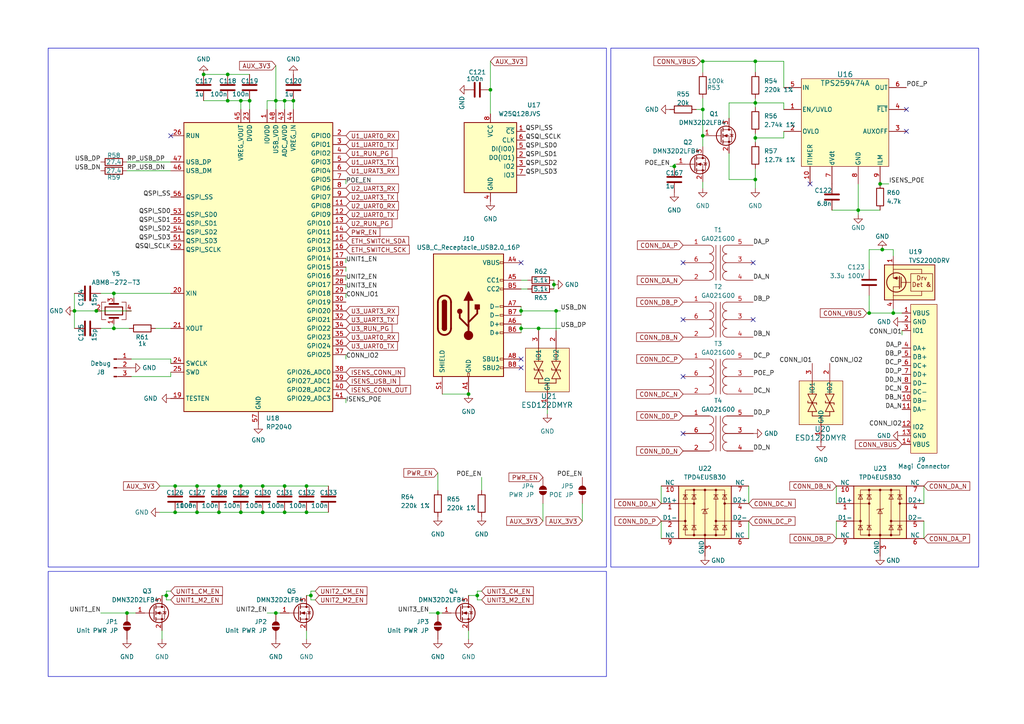
<source format=kicad_sch>
(kicad_sch (version 20231120) (generator "eeschema") (generator_version "8.0")
  (paper "A4")
  (junction (at 76.2 140.97))
  (junction (at 82.55 29.21))
  (junction (at 255.905 72.39))
  (junction (at 63.5 140.97))
  (junction (at 82.55 140.97))
  (junction (at 203.835 17.78))
  (junction (at 135.89 114.3))
  (junction (at 33.02 85.09))
  (junction (at 219.075 29.845))
  (junction (at 80.01 177.8))
  (junction (at 151.13 95.25))
  (junction (at 82.55 148.59))
  (junction (at 219.075 17.78))
  (junction (at 66.04 21.59))
  (junction (at 219.075 40.005))
  (junction (at 156.21 95.25))
  (junction (at 57.15 140.97))
  (junction (at 219.075 52.07))
  (junction (at 203.835 39.37))
  (junction (at 90.17 172.72))
  (junction (at 66.04 29.21))
  (junction (at 80.01 29.21))
  (junction (at 50.8 140.97))
  (junction (at 252.095 90.805))
  (junction (at 59.055 21.59))
  (junction (at 160.655 82.55))
  (junction (at 69.85 29.21))
  (junction (at 72.39 29.21))
  (junction (at 161.29 90.17))
  (junction (at 138.43 172.72))
  (junction (at 203.835 31.75))
  (junction (at 88.9 140.97))
  (junction (at 48.26 172.72))
  (junction (at 151.13 90.17))
  (junction (at 50.8 148.59))
  (junction (at 259.08 90.805))
  (junction (at 85.09 29.21))
  (junction (at 57.15 148.59))
  (junction (at 195.58 48.26))
  (junction (at 255.27 53.34))
  (junction (at 88.9 148.59))
  (junction (at 76.2 148.59))
  (junction (at 63.5 148.59))
  (junction (at 27.94 90.17))
  (junction (at 127 177.8))
  (junction (at 69.85 148.59))
  (junction (at 248.92 60.96))
  (junction (at 33.02 95.25))
  (junction (at 69.85 140.97))
  (junction (at 36.83 177.8))
  (junction (at 21.59 90.17))
  (junction (at 142.24 26.035))
  (no_connect (at 218.44 92.71))
  (no_connect (at 198.12 92.71))
  (no_connect (at 198.12 76.2))
  (no_connect (at 151.13 106.68))
  (no_connect (at 198.12 109.22))
  (no_connect (at 151.13 104.14))
  (no_connect (at 49.53 39.37))
  (no_connect (at 218.44 76.2))
  (no_connect (at 151.13 76.2))
  (no_connect (at 262.89 31.75))
  (no_connect (at 234.95 53.34))
  (no_connect (at 262.89 38.1))
  (no_connect (at 198.12 125.73))
  (wire (pts (xy 227.33 31.75) (xy 227.33 29.845)))
  (wire (pts (xy 21.59 90.17) (xy 27.94 90.17)))
  (wire (pts (xy 168.91 151.13) (xy 168.91 146.05)))
  (wire (pts (xy 219.075 17.78) (xy 219.075 20.955)))
  (wire (pts (xy 49.53 107.95) (xy 49.53 109.22)))
  (wire (pts (xy 138.43 171.45) (xy 138.43 172.72)))
  (wire (pts (xy 219.075 28.575) (xy 219.075 29.845)))
  (wire (pts (xy 48.26 171.45) (xy 49.53 171.45)))
  (wire (pts (xy 211.455 44.45) (xy 211.455 52.07)))
  (wire (pts (xy 151.13 90.17) (xy 151.13 91.44)))
  (wire (pts (xy 76.2 140.97) (xy 82.55 140.97)))
  (wire (pts (xy 33.02 95.25) (xy 33.02 93.98)))
  (wire (pts (xy 252.095 85.725) (xy 252.095 90.805)))
  (wire (pts (xy 151.13 88.9) (xy 151.13 90.17)))
  (wire (pts (xy 138.43 171.45) (xy 139.7 171.45)))
  (wire (pts (xy 50.8 148.59) (xy 57.15 148.59)))
  (wire (pts (xy 29.21 95.25) (xy 33.02 95.25)))
  (wire (pts (xy 251.46 90.805) (xy 252.095 90.805)))
  (wire (pts (xy 161.29 90.17) (xy 162.56 90.17)))
  (wire (pts (xy 63.5 140.97) (xy 69.85 140.97)))
  (wire (pts (xy 151.13 83.82) (xy 153.035 83.82)))
  (wire (pts (xy 100.33 86.36) (xy 100.33 85.09)))
  (wire (pts (xy 48.26 172.72) (xy 46.99 172.72)))
  (wire (pts (xy 203.2 17.78) (xy 203.835 17.78)))
  (wire (pts (xy 127 177.8) (xy 128.27 177.8)))
  (wire (pts (xy 139.7 173.99) (xy 138.43 173.99)))
  (wire (pts (xy 59.055 21.59) (xy 66.04 21.59)))
  (wire (pts (xy 48.26 171.45) (xy 48.26 172.72)))
  (wire (pts (xy 259.08 72.39) (xy 255.905 72.39)))
  (wire (pts (xy 80.01 29.21) (xy 80.01 31.75)))
  (wire (pts (xy 138.43 172.72) (xy 135.89 172.72)))
  (wire (pts (xy 49.53 109.22) (xy 38.1 109.22)))
  (wire (pts (xy 69.85 31.75) (xy 69.85 29.21)))
  (wire (pts (xy 57.15 140.97) (xy 63.5 140.97)))
  (wire (pts (xy 100.33 78.74) (xy 100.33 77.47)))
  (wire (pts (xy 72.39 29.21) (xy 72.39 31.75)))
  (wire (pts (xy 259.08 74.295) (xy 259.08 72.39)))
  (wire (pts (xy 259.08 90.805) (xy 252.095 90.805)))
  (wire (pts (xy 252.095 72.39) (xy 255.905 72.39)))
  (wire (pts (xy 36.83 49.53) (xy 49.53 49.53)))
  (wire (pts (xy 82.55 29.21) (xy 82.55 31.75)))
  (wire (pts (xy 49.53 173.99) (xy 48.26 173.99)))
  (wire (pts (xy 203.835 39.37) (xy 203.835 42.545)))
  (wire (pts (xy 195.58 48.26) (xy 195.58 47.625)))
  (wire (pts (xy 100.33 76.2) (xy 100.33 74.93)))
  (wire (pts (xy 151.13 90.17) (xy 161.29 90.17)))
  (wire (pts (xy 151.13 95.25) (xy 151.13 96.52)))
  (wire (pts (xy 248.92 62.23) (xy 248.92 60.96)))
  (wire (pts (xy 219.075 17.78) (xy 227.33 17.78)))
  (wire (pts (xy 158.75 118.745) (xy 158.75 120.015)))
  (wire (pts (xy 211.455 29.845) (xy 219.075 29.845)))
  (wire (pts (xy 21.59 85.09) (xy 21.59 90.17)))
  (wire (pts (xy 46.99 185.42) (xy 46.99 182.88)))
  (wire (pts (xy 100.33 83.82) (xy 100.33 82.55)))
  (wire (pts (xy 49.53 85.09) (xy 33.02 85.09)))
  (wire (pts (xy 242.57 140.97) (xy 242.57 146.05)))
  (wire (pts (xy 100.33 81.28) (xy 100.33 80.01)))
  (wire (pts (xy 76.2 148.59) (xy 82.55 148.59)))
  (wire (pts (xy 29.21 85.09) (xy 33.02 85.09)))
  (wire (pts (xy 211.455 52.07) (xy 219.075 52.07)))
  (wire (pts (xy 36.83 177.8) (xy 39.37 177.8)))
  (wire (pts (xy 219.075 40.005) (xy 219.075 41.275)))
  (wire (pts (xy 191.77 140.97) (xy 191.77 146.05)))
  (wire (pts (xy 82.55 148.59) (xy 88.9 148.59)))
  (wire (pts (xy 191.77 151.13) (xy 191.77 156.21)))
  (wire (pts (xy 151.13 93.98) (xy 151.13 95.25)))
  (wire (pts (xy 135.89 185.42) (xy 135.89 182.88)))
  (wire (pts (xy 46.355 140.97) (xy 50.8 140.97)))
  (wire (pts (xy 156.21 95.25) (xy 162.56 95.25)))
  (wire (pts (xy 227.33 38.1) (xy 227.33 40.005)))
  (wire (pts (xy 80.01 177.8) (xy 81.28 177.8)))
  (wire (pts (xy 69.85 148.59) (xy 76.2 148.59)))
  (wire (pts (xy 135.89 26.035) (xy 134.62 26.035)))
  (wire (pts (xy 203.835 31.75) (xy 203.835 39.37)))
  (wire (pts (xy 142.24 17.78) (xy 142.24 26.035)))
  (wire (pts (xy 33.02 95.25) (xy 37.465 95.25)))
  (wire (pts (xy 217.17 151.13) (xy 217.17 156.21)))
  (wire (pts (xy 45.085 95.25) (xy 49.53 95.25)))
  (wire (pts (xy 49.53 104.14) (xy 38.1 104.14)))
  (wire (pts (xy 128.27 114.3) (xy 135.89 114.3)))
  (wire (pts (xy 211.455 34.29) (xy 211.455 29.845)))
  (wire (pts (xy 203.835 52.705) (xy 203.835 54.61)))
  (wire (pts (xy 255.27 53.34) (xy 257.81 53.34)))
  (wire (pts (xy 241.3 60.96) (xy 248.92 60.96)))
  (wire (pts (xy 194.31 48.26) (xy 195.58 48.26)))
  (wire (pts (xy 156.21 95.25) (xy 156.21 95.885)))
  (wire (pts (xy 88.9 185.42) (xy 88.9 182.88)))
  (wire (pts (xy 77.47 31.75) (xy 77.47 29.21)))
  (wire (pts (xy 142.24 26.035) (xy 142.24 33.02)))
  (wire (pts (xy 66.04 21.59) (xy 72.39 21.59)))
  (wire (pts (xy 57.15 148.59) (xy 63.5 148.59)))
  (wire (pts (xy 77.47 29.21) (xy 80.01 29.21)))
  (wire (pts (xy 91.44 173.99) (xy 90.17 173.99)))
  (wire (pts (xy 201.93 31.75) (xy 203.835 31.75)))
  (wire (pts (xy 33.02 85.09) (xy 33.02 86.36)))
  (wire (pts (xy 248.92 53.34) (xy 248.92 60.96)))
  (wire (pts (xy 27.94 90.17) (xy 38.1 90.17)))
  (wire (pts (xy 66.04 29.21) (xy 69.85 29.21)))
  (wire (pts (xy 248.92 60.96) (xy 255.27 60.96)))
  (wire (pts (xy 124.46 177.8) (xy 127 177.8)))
  (wire (pts (xy 59.055 29.21) (xy 66.04 29.21)))
  (wire (pts (xy 195.58 47.625) (xy 196.215 47.625)))
  (wire (pts (xy 88.9 140.97) (xy 95.25 140.97)))
  (wire (pts (xy 203.835 17.78) (xy 219.075 17.78)))
  (wire (pts (xy 77.47 177.8) (xy 80.01 177.8)))
  (wire (pts (xy 151.13 95.25) (xy 156.21 95.25)))
  (wire (pts (xy 227.33 25.4) (xy 227.33 17.78)))
  (wire (pts (xy 160.655 81.28) (xy 160.655 82.55)))
  (wire (pts (xy 100.33 104.14) (xy 100.33 102.87)))
  (wire (pts (xy 127 137.16) (xy 127 142.24)))
  (wire (pts (xy 69.85 140.97) (xy 76.2 140.97)))
  (wire (pts (xy 267.97 140.97) (xy 267.97 146.05)))
  (wire (pts (xy 82.55 140.97) (xy 88.9 140.97)))
  (wire (pts (xy 219.075 29.845) (xy 227.33 29.845)))
  (wire (pts (xy 88.9 148.59) (xy 95.25 148.59)))
  (wire (pts (xy 160.655 82.55) (xy 160.655 83.82)))
  (wire (pts (xy 46.355 148.59) (xy 50.8 148.59)))
  (wire (pts (xy 139.7 138.43) (xy 139.7 142.24)))
  (wire (pts (xy 259.08 90.805) (xy 261.62 90.805)))
  (wire (pts (xy 63.5 148.59) (xy 69.85 148.59)))
  (wire (pts (xy 203.835 17.78) (xy 203.835 20.955)))
  (wire (pts (xy 36.83 46.99) (xy 49.53 46.99)))
  (wire (pts (xy 90.17 171.45) (xy 90.17 172.72)))
  (wire (pts (xy 219.075 54.61) (xy 219.075 52.07)))
  (wire (pts (xy 161.29 90.17) (xy 161.29 95.885)))
  (wire (pts (xy 203.835 28.575) (xy 203.835 31.75)))
  (wire (pts (xy 267.97 151.13) (xy 267.97 156.21)))
  (wire (pts (xy 242.57 151.13) (xy 242.57 156.21)))
  (wire (pts (xy 151.13 81.28) (xy 153.035 81.28)))
  (wire (pts (xy 259.08 89.535) (xy 259.08 90.805)))
  (wire (pts (xy 90.17 173.99) (xy 90.17 172.72)))
  (wire (pts (xy 138.43 172.72) (xy 138.43 173.99)))
  (wire (pts (xy 90.17 172.72) (xy 88.9 172.72)))
  (wire (pts (xy 252.095 72.39) (xy 252.095 78.105)))
  (wire (pts (xy 100.33 52.07) (xy 100.33 53.34)))
  (wire (pts (xy 49.53 105.41) (xy 49.53 104.14)))
  (wire (pts (xy 82.55 29.21) (xy 85.09 29.21)))
  (wire (pts (xy 219.075 38.735) (xy 219.075 40.005)))
  (wire (pts (xy 80.01 19.05) (xy 80.01 29.21)))
  (wire (pts (xy 261.62 97.155) (xy 261.62 95.885)))
  (wire (pts (xy 227.33 40.005) (xy 219.075 40.005)))
  (wire (pts (xy 157.48 146.05) (xy 157.48 151.13)))
  (wire (pts (xy 217.17 140.97) (xy 217.17 146.05)))
  (wire (pts (xy 69.85 29.21) (xy 72.39 29.21)))
  (wire (pts (xy 85.09 29.21) (xy 85.09 31.75)))
  (wire (pts (xy 80.01 29.21) (xy 82.55 29.21)))
  (wire (pts (xy 48.26 173.99) (xy 48.26 172.72)))
  (wire (pts (xy 50.8 140.97) (xy 57.15 140.97)))
  (wire (pts (xy 219.075 29.845) (xy 219.075 31.115)))
  (wire (pts (xy 21.59 90.17) (xy 21.59 95.25)))
  (wire (pts (xy 100.33 116.84) (xy 100.33 115.57)))
  (wire (pts (xy 219.075 52.07) (xy 219.075 48.895)))
  (wire (pts (xy 90.17 171.45) (xy 91.44 171.45)))
  (wire (pts (xy 29.21 177.8) (xy 36.83 177.8)))
  (rectangle (start 13.97 13.97) (end 175.895 164.465))
  (rectangle (start 177.165 13.97) (end 283.845 164.465))
  (rectangle (start 13.97 165.735) (end 175.895 196.215))
  (label "DD_N" (at 218.44 130.81 0))
  (label "QSPI_SD1" (at 152.4 45.72 0))
  (label "DD_P" (at 261.62 108.585 180))
  (label "POE_EN" (at 168.91 138.43 180))
  (label "RP_USB_DP" (at 36.83 46.99 0))
  (label "POE_EN" (at 100.33 53.34 0))
  (label "DA_N" (at 218.44 81.28 0))
  (label "USB_DN" (at 162.56 90.17 0))
  (label "DD_P" (at 218.44 120.65 0))
  (label "DB_N" (at 261.62 116.205 180))
  (label "CONN_IO1" (at 235.585 105.41 180))
  (label "CONN_IO2" (at 100.33 104.14 0))
  (label "DD_N" (at 261.62 111.125 180))
  (label "UNIT3_EN" (at 124.46 177.8 180))
  (label "QSPI_SD3" (at 152.4 50.8 0))
  (label "POE_EN" (at 194.31 48.26 180))
  (label "CONN_IO1" (at 100.33 86.36 0))
  (label "QSPI_SD0" (at 152.4 43.18 0))
  (label "QSPI_SD1" (at 49.53 64.77 180))
  (label "UNIT2_EN" (at 77.47 177.8 180))
  (label "POE_P" (at 262.89 25.4 0))
  (label "QSPI_SD3" (at 49.53 69.85 180))
  (label "USB_DP" (at 162.56 95.25 0))
  (label "QSPI_SD0" (at 49.53 62.23 180))
  (label "POE_P" (at 218.44 109.22 0))
  (label "DC_N" (at 261.62 113.665 180))
  (label "DA_P" (at 261.62 100.965 180))
  (label "USB_DN" (at 29.21 49.53 180))
  (label "QSPI_SD2" (at 152.4 48.26 0))
  (label "CONN_IO2" (at 261.62 123.825 180))
  (label "DA_N" (at 261.62 118.745 180))
  (label "DB_N" (at 218.44 97.79 0))
  (label "DC_P" (at 261.62 106.045 180))
  (label "QSQI_SCLK" (at 152.4 40.64 0))
  (label "DB_P" (at 218.44 87.63 0))
  (label "POE_EN" (at 139.7 138.43 180))
  (label "RP_USB_DN" (at 36.83 49.53 0))
  (label "DB_P" (at 261.62 103.505 180))
  (label "QSQI_SCLK" (at 49.53 72.39 180))
  (label "UNIT1_EN" (at 29.21 177.8 180))
  (label "QSPI_SS" (at 49.53 57.15 180))
  (label "USB_DP" (at 29.21 46.99 180))
  (label "UNIT2_EN" (at 100.33 81.28 0))
  (label "QSPI_SS" (at 152.4 38.1 0))
  (label "CONN_IO1" (at 261.62 97.155 180))
  (label "ISENS_POE" (at 257.81 53.34 0))
  (label "CONN_IO2" (at 240.665 105.41 0))
  (label "UNIT1_EN" (at 100.33 76.2 0))
  (label "DA_P" (at 218.44 71.12 0))
  (label "ISENS_POE" (at 100.33 116.84 0))
  (label "DC_P" (at 218.44 104.14 0))
  (label "UNIT3_EN" (at 100.33 83.82 0))
  (label "DC_N" (at 218.44 114.3 0))
  (label "QSPI_SD2" (at 49.53 67.31 180))
  (global_label "U1_UART0_TX" (shape input) (at 100.33 41.91 0) (property "Intersheetrefs" "${INTERSHEET_REFS}" (effects (hide yes))))
  (global_label "U2_UART3_RX" (shape input) (at 100.33 54.61 0) (property "Intersheetrefs" "${INTERSHEET_REFS}" (effects (hide yes))))
  (global_label "CONN_DD_P" (shape input) (at 191.77 151.13 180) (property "Intersheetrefs" "${INTERSHEET_REFS}" (effects (hide yes))))
  (global_label "ISENS_USB_IN" (shape input) (at 100.33 110.49 0) (property "Intersheetrefs" "${INTERSHEET_REFS}" (effects (hide yes))))
  (global_label "CONN_DA_N" (shape input) (at 267.97 140.97 0) (property "Intersheetrefs" "${INTERSHEET_REFS}" (effects (hide yes))))
  (global_label "U3_UART0_TX" (shape input) (at 100.33 100.33 0) (property "Intersheetrefs" "${INTERSHEET_REFS}" (effects (hide yes))))
  (global_label "CONN_VBUS" (shape input) (at 203.2 17.78 180) (property "Intersheetrefs" "${INTERSHEET_REFS}" (effects (hide yes))))
  (global_label "U1_RUN_PG" (shape input) (at 100.33 44.45 0) (property "Intersheetrefs" "${INTERSHEET_REFS}" (effects (hide yes))))
  (global_label "UNIT2_M2_EN" (shape input) (at 91.44 173.99 0) (property "Intersheetrefs" "${INTERSHEET_REFS}" (effects (hide yes))))
  (global_label "U2_UART0_RX" (shape input) (at 100.33 59.69 0) (property "Intersheetrefs" "${INTERSHEET_REFS}" (effects (hide yes))))
  (global_label "AUX_3V3" (shape input) (at 80.01 19.05 180) (property "Intersheetrefs" "${INTERSHEET_REFS}" (effects (hide yes))))
  (global_label "U3_UART3_TX" (shape input) (at 100.33 92.71 0) (property "Intersheetrefs" "${INTERSHEET_REFS}" (effects (hide yes))))
  (global_label "CONN_DB_P" (shape input) (at 198.12 87.63 180) (property "Intersheetrefs" "${INTERSHEET_REFS}" (effects (hide yes))))
  (global_label "UNIT1_CM_EN" (shape input) (at 49.53 171.45 0) (property "Intersheetrefs" "${INTERSHEET_REFS}" (effects (hide yes))))
  (global_label "CONN_DD_N" (shape input) (at 191.77 146.05 180) (property "Intersheetrefs" "${INTERSHEET_REFS}" (effects (hide yes))))
  (global_label "CONN_DD_N" (shape input) (at 198.12 130.81 180) (property "Intersheetrefs" "${INTERSHEET_REFS}" (effects (hide yes))))
  (global_label "AUX_3V3" (shape input) (at 46.355 140.97 180) (property "Intersheetrefs" "${INTERSHEET_REFS}" (effects (hide yes))))
  (global_label "U1_UART0_RX" (shape input) (at 100.33 39.37 0) (property "Intersheetrefs" "${INTERSHEET_REFS}" (effects (hide yes))))
  (global_label "U2_RUN_PG" (shape input) (at 100.33 64.77 0) (property "Intersheetrefs" "${INTERSHEET_REFS}" (effects (hide yes))))
  (global_label "CONN_DC_P" (shape input) (at 198.12 104.14 180) (property "Intersheetrefs" "${INTERSHEET_REFS}" (effects (hide yes))))
  (global_label "U3_RUN_PG" (shape input) (at 100.33 95.25 0) (property "Intersheetrefs" "${INTERSHEET_REFS}" (effects (hide yes))))
  (global_label "ISENS_CONN_IN" (shape input) (at 100.33 107.95 0) (property "Intersheetrefs" "${INTERSHEET_REFS}" (effects (hide yes))))
  (global_label "U2_UART3_TX" (shape input) (at 100.33 57.15 0) (property "Intersheetrefs" "${INTERSHEET_REFS}" (effects (hide yes))))
  (global_label "PWR_EN" (shape input) (at 127 137.16 180) (property "Intersheetrefs" "${INTERSHEET_REFS}" (effects (hide yes))))
  (global_label "CONN_VBUS" (shape input) (at 251.46 90.805 180) (property "Intersheetrefs" "${INTERSHEET_REFS}" (effects (hide yes))))
  (global_label "U2_UART0_TX" (shape input) (at 100.33 62.23 0) (property "Intersheetrefs" "${INTERSHEET_REFS}" (effects (hide yes))))
  (global_label "CONN_DA_N" (shape input) (at 198.12 81.28 180) (property "Intersheetrefs" "${INTERSHEET_REFS}" (effects (hide yes))))
  (global_label "U1_URAT3_RX" (shape input) (at 100.33 49.53 0) (property "Intersheetrefs" "${INTERSHEET_REFS}" (effects (hide yes))))
  (global_label "CONN_DB_N" (shape input) (at 198.12 97.79 180) (property "Intersheetrefs" "${INTERSHEET_REFS}" (effects (hide yes))))
  (global_label "CONN_DA_P" (shape input) (at 267.97 156.21 0) (property "Intersheetrefs" "${INTERSHEET_REFS}" (effects (hide yes))))
  (global_label "UNIT2_CM_EN" (shape input) (at 91.44 171.45 0) (property "Intersheetrefs" "${INTERSHEET_REFS}" (effects (hide yes))))
  (global_label "AUX_3V3" (shape input) (at 142.24 17.78 0) (property "Intersheetrefs" "${INTERSHEET_REFS}" (effects (hide yes))))
  (global_label "CONN_DC_P" (shape input) (at 217.17 151.13 0) (property "Intersheetrefs" "${INTERSHEET_REFS}" (effects (hide yes))))
  (global_label "CONN_DA_P" (shape input) (at 198.12 71.12 180) (property "Intersheetrefs" "${INTERSHEET_REFS}" (effects (hide yes))))
  (global_label "UNIT3_M2_EN" (shape input) (at 139.7 173.99 0) (property "Intersheetrefs" "${INTERSHEET_REFS}" (effects (hide yes))))
  (global_label "CONN_DC_N" (shape input) (at 217.17 146.05 0) (property "Intersheetrefs" "${INTERSHEET_REFS}" (effects (hide yes))))
  (global_label "U3_UART0_RX" (shape input) (at 100.33 97.79 0) (property "Intersheetrefs" "${INTERSHEET_REFS}" (effects (hide yes))))
  (global_label "PWR_EN" (shape input) (at 157.48 138.43 180) (property "Intersheetrefs" "${INTERSHEET_REFS}" (effects (hide yes))))
  (global_label "UNIT1_M2_EN" (shape input) (at 49.53 173.99 0) (property "Intersheetrefs" "${INTERSHEET_REFS}" (effects (hide yes))))
  (global_label "CONN_DB_N" (shape input) (at 242.57 140.97 180) (property "Intersheetrefs" "${INTERSHEET_REFS}" (effects (hide yes))))
  (global_label "ETH_SWITCH_SCK" (shape input) (at 100.33 72.39 0) (property "Intersheetrefs" "${INTERSHEET_REFS}" (effects (hide yes))))
  (global_label "CONN_DB_P" (shape input) (at 242.57 156.21 180) (property "Intersheetrefs" "${INTERSHEET_REFS}" (effects (hide yes))))
  (global_label "ISENS_CONN_OUT" (shape input) (at 100.33 113.03 0) (property "Intersheetrefs" "${INTERSHEET_REFS}" (effects (hide yes))))
  (global_label "CONN_DD_P" (shape input) (at 198.12 120.65 180) (property "Intersheetrefs" "${INTERSHEET_REFS}" (effects (hide yes))))
  (global_label "UNIT3_CM_EN" (shape input) (at 139.7 171.45 0) (property "Intersheetrefs" "${INTERSHEET_REFS}" (effects (hide yes))))
  (global_label "CONN_VBUS" (shape input) (at 261.62 128.905 180) (property "Intersheetrefs" "${INTERSHEET_REFS}" (effects (hide yes))))
  (global_label "AUX_3V3" (shape input) (at 157.48 151.13 180) (property "Intersheetrefs" "${INTERSHEET_REFS}" (effects (hide yes))))
  (global_label "AUX_3V3" (shape input) (at 168.91 151.13 180) (property "Intersheetrefs" "${INTERSHEET_REFS}" (effects (hide yes))))
  (global_label "U1_UART3_TX" (shape input) (at 100.33 46.99 0) (property "Intersheetrefs" "${INTERSHEET_REFS}" (effects (hide yes))))
  (global_label "CONN_DC_N" (shape input) (at 198.12 114.3 180) (property "Intersheetrefs" "${INTERSHEET_REFS}" (effects (hide yes))))
  (global_label "PWR_EN" (shape input) (at 100.33 67.31 0) (property "Intersheetrefs" "${INTERSHEET_REFS}" (effects (hide yes))))
  (global_label "ETH_SWITCH_SDA" (shape input) (at 100.33 69.85 0) (property "Intersheetrefs" "${INTERSHEET_REFS}" (effects (hide yes))))
  (global_label "U3_UART3_RX" (shape input) (at 100.33 90.17 0) (property "Intersheetrefs" "${INTERSHEET_REFS}" (effects (hide yes))))
  (symbol (lib_id "power:GND") (at 59.055 21.59 180) (unit 1)
    (property "Reference" "#PWR080" (effects (hide yes)))
    (property "Value" "GND" (at 59.055 17.145 0))
  )
  (symbol (lib_id "Magi:ESD122DMYR") (at 238.125 116.84 90) (unit 1)
    (property "Reference" "U20" (at 236.22 124.46 90) (effects (font (size 1.524 1.524)) (justify right)))
    (property "Value" "ESD122DMYR" (at 230.505 127 90) (effects (font (size 1.524 1.524)) (justify right)))
    (property "Footprint" "Magi:DMY0003A" (effects (hide yes)))
    (property "Manufacturer" "Texas Instruments" (effects (hide yes)))
    (property "MPN" "ESD122DMYR" (effects (hide yes)))
    (property "LCSC" "C1975871" (effects (hide yes)))
  )
  (symbol (lib_id "Magi:USB_C_Receptacle_USB2.0_16P") (at 135.89 91.44 0) (unit 1)
    (property "Reference" "J10" (at 135.89 69.215 0))
    (property "Value" "USB_C_Receptacle_USB2.0_16P" (at 135.89 71.755 0))
    (property "Footprint" "Magi:USB-C-SMD_TYPEC-304J-BCP16" (effects (hide yes)))
    (property "Datasheet" "https://www.usb.org/sites/default/files/documents/usb_type-c.zip" (effects (hide yes)))
    (property "Manufacturer" "XUNPU" (effects (hide yes)))
    (property "MPN" "TYPEC-304J-BCP16" (effects (hide yes)))
    (property "LCSC" "C2835315" (effects (hide yes)))
  )
  (symbol (lib_id "Device:Q_NMOS_GSD") (at 208.915 39.37 0) (unit 1)
    (property "Reference" "Q1" (at 205.74 33.02 0) (effects (justify left)))
    (property "Value" "DMN32D2LFB4" (at 196.85 35.56 0) (effects (justify left)))
    (property "Footprint" "Package_DFN_QFN:Diodes_DFN1006-3" (effects (hide yes)))
    (property "Manufacturer" "Diodes" (effects (hide yes)))
    (property "MPN" "DMN32D2LFB4-7" (effects (hide yes)))
    (property "LCSC" "C151382" (effects (hide yes)))
  )
  (symbol (lib_id "Memory_Flash:W25Q128JVS") (at 142.24 45.72 0) (mirror y) (unit 1)
    (property "Reference" "U17" (at 156.845 30.48 0) (effects (justify left)))
    (property "Value" "W25Q128JVS" (at 156.845 33.02 0) (effects (justify left)))
    (property "Footprint" "Package_SO:SOIC-8_5.23x5.23mm_P1.27mm" (effects (hide yes)))
    (property "Datasheet" "http://www.winbond.com/resource-files/w25q128jv_dtr%20revc%2003272018%20plus.pdf" (effects (hide yes)))
    (property "Manufacturer" "Winbond" (effects (hide yes)))
    (property "MPN" "W25Q128JVSIQ" (effects (hide yes)))
    (property "LCSC" "C97521" (effects (hide yes)))
  )
  (symbol (lib_id "Device:C") (at 138.43 26.035 270) (mirror x) (unit 1)
    (property "Reference" "C121" (at 135.89 20.955 90) (effects (justify left)))
    (property "Value" "100n" (at 135.255 22.86 90) (effects (justify left)))
    (property "Footprint" "Capacitor_SMD:C_0402_1005Metric" (effects (hide yes)))
    (property "Manufacturer" "Samsung" (effects (hide yes)))
    (property "MPN" "CL05B104KB54PNC" (effects (hide yes)))
    (property "LCSC" "C307331" (effects (hide yes)))
  )
  (symbol (lib_id "Device:Q_NMOS_GSD") (at 133.35 177.8 0) (unit 1)
    (property "Reference" "Q4" (at 130.175 171.45 0) (effects (justify left)))
    (property "Value" "DMN32D2LFB4" (at 121.285 173.99 0) (effects (justify left)))
    (property "Footprint" "Package_DFN_QFN:Diodes_DFN1006-3" (effects (hide yes)))
    (property "Manufacturer" "Diodes" (effects (hide yes)))
    (property "MPN" "DMN32D2LFB4-7" (effects (hide yes)))
    (property "LCSC" "C151382" (effects (hide yes)))
  )
  (symbol (lib_id "Device:C") (at 50.8 144.78 0) (mirror y) (unit 1)
    (property "Reference" "C126" (at 53.34 142.875 0) (effects (justify left)))
    (property "Value" "100n" (at 55.88 146.685 0) (effects (justify left)))
    (property "Footprint" "Capacitor_SMD:C_0402_1005Metric" (effects (hide yes)))
    (property "Manufacturer" "Samsung" (effects (hide yes)))
    (property "MPN" "CL05B104KB54PNC" (effects (hide yes)))
    (property "LCSC" "C307331" (effects (hide yes)))
  )
  (symbol (lib_id "power:GND") (at 38.1 106.68 90) (unit 1)
    (property "Reference" "#PWR091" (effects (hide yes)))
    (property "Value" "GND" (at 41.275 106.68 90) (effects (justify right)))
  )
  (symbol (lib_id "Device:C") (at 25.4 85.09 90) (unit 1)
    (property "Reference" "C124" (at 23.495 88.9 0) (effects (justify left)))
    (property "Value" "15p" (at 27.305 88.9 0) (effects (justify left)))
    (property "Footprint" "Capacitor_SMD:C_0402_1005Metric" (effects (hide yes)))
    (property "Manufacturer" "Murata" (effects (hide yes)))
    (property "MPN" "GCM1555C1H150JA16D" (effects (hide yes)))
    (property "LCSC" "C161147" (effects (hide yes)))
  )
  (symbol (lib_id "power:GND") (at 36.83 185.42 0) (unit 1)
    (property "Reference" "#PWR0147" (effects (hide yes)))
    (property "Value" "GND" (at 36.83 190.5 0))
  )
  (symbol (lib_id "power:GND") (at 74.93 123.19 0) (unit 1)
    (property "Reference" "#PWR094" (effects (hide yes)))
    (property "Value" "GND" (at 74.93 127.635 0))
  )
  (symbol (lib_id "Device:C") (at 72.39 25.4 0) (unit 1)
    (property "Reference" "C119" (at 69.85 23.495 0) (effects (justify left)))
    (property "Value" "100n" (at 67.31 27.305 0) (effects (justify left)))
    (property "Footprint" "Capacitor_SMD:C_0402_1005Metric" (effects (hide yes)))
    (property "Manufacturer" "Samsung" (effects (hide yes)))
    (property "MPN" "CL05B104KB54PNC" (effects (hide yes)))
    (property "LCSC" "C307331" (effects (hide yes)))
  )
  (symbol (lib_id "power:GND") (at 88.9 185.42 0) (unit 1)
    (property "Reference" "#PWR0107" (effects (hide yes)))
    (property "Value" "GND" (at 88.9 190.5 0))
  )
  (symbol (lib_id "Device:R") (at 198.12 31.75 90) (unit 1)
    (property "Reference" "R55" (at 198.12 27.305 90))
    (property "Value" "20k" (at 198.12 29.845 90))
    (property "Footprint" "Resistor_SMD:R_0402_1005Metric" (effects (hide yes)))
    (property "Manufacturer" "Uniroyal" (effects (hide yes)))
    (property "MPN" "0402WGF2002TCE" (effects (hide yes)))
    (property "LCSC" "C25765" (effects (hide yes)))
  )
  (symbol (lib_id "Device:R") (at 203.835 24.765 180) (unit 1)
    (property "Reference" "R53" (at 207.01 25.4 0))
    (property "Value" "100k" (at 207.645 23.495 0))
    (property "Footprint" "Resistor_SMD:R_0402_1005Metric" (effects (hide yes)))
    (property "Manufacturer" "Uniroyal" (effects (hide yes)))
    (property "MPN" "0402WGF1003TCE" (effects (hide yes)))
    (property "LCSC" "C25741" (effects (hide yes)))
  )
  (symbol (lib_id "power:GND") (at 261.62 93.345 270) (unit 1)
    (property "Reference" "#PWR090" (effects (hide yes)))
    (property "Value" "GND" (at 258.445 93.345 90) (effects (justify right)))
  )
  (symbol (lib_id "power:GND") (at 46.99 185.42 0) (unit 1)
    (property "Reference" "#PWR0105" (effects (hide yes)))
    (property "Value" "GND" (at 46.99 190.5 0))
  )
  (symbol (lib_id "Device:R") (at 156.845 83.82 90) (unit 1)
    (property "Reference" "R63" (at 156.845 86.36 90))
    (property "Value" "5.1k" (at 156.845 83.82 90))
    (property "Footprint" "Resistor_SMD:R_0402_1005Metric" (effects (hide yes)))
    (property "Manufacturer" "Uniroyal" (effects (hide yes)))
    (property "MPN" "0402WGF5101TCE" (effects (hide yes)))
    (property "LCSC" "C25905" (effects (hide yes)))
  )
  (symbol (lib_id "Device:C") (at 69.85 144.78 0) (unit 1)
    (property "Reference" "C129" (at 67.31 142.875 0) (effects (justify left)))
    (property "Value" "100n" (at 64.77 146.685 0) (effects (justify left)))
    (property "Footprint" "Capacitor_SMD:C_0402_1005Metric" (effects (hide yes)))
    (property "Manufacturer" "Samsung" (effects (hide yes)))
    (property "MPN" "CL05B104KB54PNC" (effects (hide yes)))
    (property "LCSC" "C307331" (effects (hide yes)))
  )
  (symbol (lib_id "Connector:Conn_01x03_Pin") (at 33.02 106.68 0) (unit 1)
    (property "Reference" "J8" (at 29.21 107.95 0))
    (property "Value" "Debug" (at 29.21 105.41 0))
    (property "Footprint" "Connector_JST:JST_SH_BM03B-SRSS-TB_1x03-1MP_P1.00mm_Vertical" (effects (hide yes)))
    (property "Manufacturer" "JST" (effects (hide yes)))
    (property "MPN" "BM03B-SRSS-TB(LF)(SN)" (effects (hide yes)))
    (property "LCSC" "C160389" (effects (hide yes)))
  )
  (symbol (lib_id "Device:C") (at 25.4 95.25 90) (unit 1)
    (property "Reference" "C125" (at 23.495 99.06 0) (effects (justify left)))
    (property "Value" "15p" (at 27.305 99.06 0) (effects (justify left)))
    (property "Footprint" "Capacitor_SMD:C_0402_1005Metric" (effects (hide yes)))
    (property "Manufacturer" "Murata" (effects (hide yes)))
    (property "MPN" "GCM1555C1H150JA16D" (effects (hide yes)))
    (property "LCSC" "C161147" (effects (hide yes)))
  )
  (symbol (lib_id "Device:R") (at 156.845 81.28 90) (unit 1)
    (property "Reference" "R62" (at 156.845 78.74 90))
    (property "Value" "5.1k" (at 156.845 81.28 90))
    (property "Footprint" "Resistor_SMD:R_0402_1005Metric" (effects (hide yes)))
    (property "Manufacturer" "Uniroyal" (effects (hide yes)))
    (property "MPN" "0402WGF5101TCE" (effects (hide yes)))
    (property "LCSC" "C25905" (effects (hide yes)))
  )
  (symbol (lib_id "power:GND") (at 255.905 72.39 180) (unit 1)
    (property "Reference" "#PWR087" (effects (hide yes)))
    (property "Value" "GND" (at 255.905 68.58 0))
  )
  (symbol (lib_id "Magi:Transformer_SP_SS") (at 208.28 109.22 0) (unit 1)
    (property "Reference" "T3" (at 208.2927 99.695 0))
    (property "Value" "GA021G00" (at 208.2927 102.235 0))
    (property "Footprint" "Magi:FILTER-SMD_6P-L4.5-W3.4_GA021G00" (effects (hide yes)))
    (property "Manufacturer" "Dongguan Mentech" (effects (hide yes)))
    (property "MPN" "GA021G00" (effects (hide yes)))
    (property "LCSC" "C7501941" (effects (hide yes)))
  )
  (symbol (lib_id "Jumper:SolderJumper_2_Open") (at 36.83 181.61 270) (mirror x) (unit 1) (exclude_from_sim yes) (in_bom no)
    (property "Reference" "JP1" (at 34.29 180.3399 90) (effects (justify right)))
    (property "Value" "Unit PWR JP" (at 34.29 182.8799 90) (effects (justify right)))
    (property "Footprint" "Jumper:SolderJumper-2_P1.3mm_Open_TrianglePad1.0x1.5mm" (effects (hide yes)))
    (property "Description" "Solder Jumper, 2-pole, open" (effects (hide yes)))
  )
  (symbol (lib_id "Device:C") (at 85.09 25.4 0) (unit 1)
    (property "Reference" "C120" (at 82.55 23.495 0) (effects (justify left)))
    (property "Value" "1u" (at 82.55 27.305 0) (effects (justify left)))
    (property "Footprint" "Capacitor_SMD:C_0402_1005Metric" (effects (hide yes)))
    (property "Manufacturer" "Samsung" (effects (hide yes)))
    (property "MPN" "CL05A105KA5NQNC" (effects (hide yes)))
    (property "LCSC" "C52923" (effects (hide yes)))
  )
  (symbol (lib_id "Device:C") (at 66.04 25.4 0) (unit 1)
    (property "Reference" "C118" (at 63.5 23.495 0) (effects (justify left)))
    (property "Value" "100n" (at 60.96 27.305 0) (effects (justify left)))
    (property "Footprint" "Capacitor_SMD:C_0402_1005Metric" (effects (hide yes)))
    (property "Manufacturer" "Samsung" (effects (hide yes)))
    (property "MPN" "CL05B104KB54PNC" (effects (hide yes)))
    (property "LCSC" "C307331" (effects (hide yes)))
  )
  (symbol (lib_id "Device:R") (at 33.02 49.53 90) (unit 1)
    (property "Reference" "R59" (at 33.02 51.435 90))
    (property "Value" "27.4" (at 33.02 49.53 90))
    (property "Footprint" "Resistor_SMD:R_0402_1005Metric" (effects (hide yes)))
    (property "Manufacturer" "Guangdong Fenghua" (effects (hide yes)))
    (property "MPN" "RC-02W27R4FT" (effects (hide yes)))
    (property "LCSC" "C321420" (effects (hide yes)))
  )
  (symbol (lib_id "power:GND") (at 85.09 21.59 180) (unit 1)
    (property "Reference" "#PWR081" (effects (hide yes)))
    (property "Value" "GND" (at 85.09 17.145 0))
  )
  (symbol (lib_id "power:GND") (at 21.59 90.17 270) (unit 1)
    (property "Reference" "#PWR089" (effects (hide yes)))
    (property "Value" "GND" (at 18.415 90.17 90) (effects (justify right)))
  )
  (symbol (lib_id "Magi:Transformer_SP_SS") (at 208.28 76.2 0) (unit 1)
    (property "Reference" "T1" (at 208.2927 66.675 0))
    (property "Value" "GA021G00" (at 208.2927 69.215 0))
    (property "Footprint" "Magi:FILTER-SMD_6P-L4.5-W3.4_GA021G00" (effects (hide yes)))
    (property "Manufacturer" "Dongguan Mentech" (effects (hide yes)))
    (property "MPN" "GA021G00" (effects (hide yes)))
    (property "LCSC" "C7501941" (effects (hide yes)))
  )
  (symbol (lib_id "power:GND") (at 80.01 185.42 0) (unit 1)
    (property "Reference" "#PWR0148" (effects (hide yes)))
    (property "Value" "GND" (at 80.01 190.5 0))
  )
  (symbol (lib_id "Jumper:SolderJumper_2_Open") (at 168.91 142.24 270) (mirror x) (unit 1) (exclude_from_sim yes) (in_bom no)
    (property "Reference" "JP5" (at 166.37 140.9699 90) (effects (justify right)))
    (property "Value" "POE JP" (at 166.37 143.5099 90) (effects (justify right)))
    (property "Footprint" "Jumper:SolderJumper-2_P1.3mm_Open_TrianglePad1.0x1.5mm" (effects (hide yes)))
    (property "Description" "Solder Jumper, 2-pole, open" (effects (hide yes)))
  )
  (symbol (lib_id "Device:C") (at 195.58 52.07 0) (unit 1)
    (property "Reference" "C167" (at 193.04 50.165 0) (effects (justify left)))
    (property "Value" "1u" (at 193.04 53.975 0) (effects (justify left)))
    (property "Footprint" "Capacitor_SMD:C_0402_1005Metric" (effects (hide yes)))
    (property "Manufacturer" "Samsung" (effects (hide yes)))
    (property "MPN" "CL05A105KA5NQNC" (effects (hide yes)))
    (property "LCSC" "C52923" (effects (hide yes)))
  )
  (symbol (lib_id "power:GND") (at 139.7 149.86 0) (unit 1)
    (property "Reference" "#PWR0101" (effects (hide yes)))
    (property "Value" "GND" (at 139.7 154.94 0))
  )
  (symbol (lib_id "power:GND") (at 127 185.42 0) (unit 1)
    (property "Reference" "#PWR0149" (effects (hide yes)))
    (property "Value" "GND" (at 127 190.5 0))
  )
  (symbol (lib_id "Device:R") (at 139.7 146.05 0) (unit 1)
    (property "Reference" "R65" (at 129.54 144.78 0) (effects (justify left)))
    (property "Value" "220k 1%" (at 129.54 147.32 0) (effects (justify left)))
    (property "Footprint" "Resistor_SMD:R_0402_1005Metric" (effects (hide yes)))
    (property "Manufacturer" "Uniroyal" (effects (hide yes)))
    (property "MPN" "0402WGF2203TCE" (effects (hide yes)))
    (property "LCSC" "C25767" (effects (hide yes)))
  )
  (symbol (lib_id "Jumper:SolderJumper_2_Open") (at 157.48 142.24 270) (mirror x) (unit 1) (exclude_from_sim yes) (in_bom no)
    (property "Reference" "JP4" (at 154.94 140.9699 90) (effects (justify right)))
    (property "Value" "PWR JP" (at 154.94 143.5099 90) (effects (justify right)))
    (property "Footprint" "Jumper:SolderJumper-2_P1.3mm_Open_TrianglePad1.0x1.5mm" (effects (hide yes)))
    (property "Description" "Solder Jumper, 2-pole, open" (effects (hide yes)))
  )
  (symbol (lib_id "Device:C") (at 82.55 144.78 0) (unit 1)
    (property "Reference" "C131" (at 80.01 142.875 0) (effects (justify left)))
    (property "Value" "100n" (at 77.47 146.685 0) (effects (justify left)))
    (property "Footprint" "Capacitor_SMD:C_0402_1005Metric" (effects (hide yes)))
    (property "Manufacturer" "Samsung" (effects (hide yes)))
    (property "MPN" "CL05B104KB54PNC" (effects (hide yes)))
    (property "LCSC" "C307331" (effects (hide yes)))
  )
  (symbol (lib_id "power:GND") (at 135.89 114.3 0) (unit 1)
    (property "Reference" "#PWR099" (effects (hide yes)))
    (property "Value" "GND" (at 135.89 119.38 0))
  )
  (symbol (lib_id "power:GND") (at 158.75 120.015 0) (unit 1)
    (property "Reference" "#PWR0102" (effects (hide yes)))
    (property "Value" "GND" (at 158.75 125.095 0))
  )
  (symbol (lib_id "Device:R") (at 219.075 45.085 0) (unit 1)
    (property "Reference" "R57" (at 221.615 43.815 0) (effects (justify left)))
    (property "Value" "12.7k 1%" (at 221.615 46.355 0) (effects (justify left)))
    (property "Footprint" "Resistor_SMD:R_0402_1005Metric" (effects (hide yes)))
    (property "Manufacturer" "YAGEO" (effects (hide yes)))
    (property "MPN" "RC0402FR-0712K7L" (effects (hide yes)))
    (property "LCSC" "C138059" (effects (hide yes)))
  )
  (symbol (lib_id "Device:R") (at 127 146.05 0) (unit 1)
    (property "Reference" "R64" (at 116.205 144.145 0) (effects (justify left)))
    (property "Value" "220k 1%" (at 116.205 146.685 0) (effects (justify left)))
    (property "Footprint" "Resistor_SMD:R_0402_1005Metric" (effects (hide yes)))
    (property "Manufacturer" "Uniroyal" (effects (hide yes)))
    (property "MPN" "0402WGF2203TCE" (effects (hide yes)))
    (property "LCSC" "C25767" (effects (hide yes)))
  )
  (symbol (lib_id "Device:Q_NMOS_GSD") (at 201.295 47.625 0) (unit 1)
    (property "Reference" "Q2" (at 198.12 41.275 0) (effects (justify left)))
    (property "Value" "DMN32D2LFB4" (at 189.23 43.815 0) (effects (justify left)))
    (property "Footprint" "Package_DFN_QFN:Diodes_DFN1006-3" (effects (hide yes)))
    (property "Manufacturer" "Diodes" (effects (hide yes)))
    (property "MPN" "DMN32D2LFB4-7" (effects (hide yes)))
    (property "LCSC" "C151382" (effects (hide yes)))
  )
  (symbol (lib_id "Power_Protection:TPD4EUSB30") (at 204.47 148.59 0) (unit 1)
    (property "Reference" "U22" (at 204.47 135.89 0))
    (property "Value" "TPD4EUSB30" (at 204.47 138.43 0))
    (property "Footprint" "Magi:USON-10_2.5x1.0mm_P0.5mm" (effects (hide yes)))
    (property "Datasheet" "http://www.ti.com/lit/ds/symlink/tpd2eusb30a.pdf" (effects (hide yes)))
    (property "LCSC" "C90627" (effects (hide yes)))
    (property "MPN" "TPD4EUSB30DQAR" (effects (hide yes)))
    (property "Manufacturer" "Texas Instruments" (effects (hide yes)))
  )
  (symbol (lib_id "Device:Q_NMOS_GSD") (at 86.36 177.8 0) (unit 1)
    (property "Reference" "Q5" (at 83.185 171.45 0) (effects (justify left)))
    (property "Value" "DMN32D2LFB4" (at 74.295 173.99 0) (effects (justify left)))
    (property "Footprint" "Package_DFN_QFN:Diodes_DFN1006-3" (effects (hide yes)))
    (property "Manufacturer" "Diodes" (effects (hide yes)))
    (property "MPN" "DMN32D2LFB4-7" (effects (hide yes)))
    (property "LCSC" "C151382" (effects (hide yes)))
  )
  (symbol (lib_id "Device:R") (at 219.075 34.925 0) (unit 1)
    (property "Reference" "R56" (at 221.615 33.655 0) (effects (justify left)))
    (property "Value" "2.74k 1%" (at 221.615 36.195 0) (effects (justify left)))
    (property "Footprint" "Resistor_SMD:R_0402_1005Metric" (effects (hide yes)))
    (property "Manufacturer" "YAGEO" (effects (hide yes)))
    (property "MPN" "RT0402FRE072K74L" (effects (hide yes)))
    (property "LCSC" "C705693" (effects (hide yes)))
  )
  (symbol (lib_id "Device:C") (at 59.055 25.4 0) (unit 1)
    (property "Reference" "C117" (at 56.515 23.495 0) (effects (justify left)))
    (property "Value" "1u" (at 56.515 27.305 0) (effects (justify left)))
    (property "Footprint" "Capacitor_SMD:C_0402_1005Metric" (effects (hide yes)))
    (property "Manufacturer" "Samsung" (effects (hide yes)))
    (property "MPN" "CL05A105KA5NQNC" (effects (hide yes)))
    (property "LCSC" "C52923" (effects (hide yes)))
  )
  (symbol (lib_id "Device:C") (at 252.095 81.915 0) (unit 1)
    (property "Reference" "C123" (at 245.745 77.47 0) (effects (justify left)))
    (property "Value" "3.3u 100V" (at 240.665 80.01 0) (effects (justify left)))
    (property "Footprint" "Capacitor_SMD:C_1210_3225Metric" (effects (hide yes)))
    (property "Manufacturer" "TDK" (effects (hide yes)))
    (property "MPN" "C3225X7S2A335KT000N" (effects (hide yes)))
    (property "LCSC" "C575409" (effects (hide yes)))
  )
  (symbol (lib_id "Magi:Magi_Connector") (at 267.97 109.855 0) (unit 1)
    (property "Reference" "J9" (at 266.065 133.35 0) (effects (justify left)))
    (property "Value" "Magi Connector" (at 267.97 135.255 0))
    (property "Footprint" "Magi:HDR-SMD_14P-P2.54-H-F-L11.5" (effects (hide yes)))
    (property "Manufacturer" "XKB Connection" (effects (hide yes)))
    (property "MPN" "X6511FRS-14-C85D30" (effects (hide yes)))
    (property "LCSC" "C5142247" (effects (hide yes)))
  )
  (symbol (lib_id "Device:R") (at 41.275 95.25 90) (unit 1)
    (property "Reference" "R61" (at 41.275 97.79 90))
    (property "Value" "1k" (at 41.275 99.695 90))
    (property "Footprint" "Resistor_SMD:R_0402_1005Metric" (effects (hide yes)))
    (property "Manufacturer" "Uniroyal" (effects (hide yes)))
    (property "MPN" "0402WGF1001TCE" (effects (hide yes)))
    (property "LCSC" "C11702" (effects (hide yes)))
  )
  (symbol (lib_id "power:GND") (at 203.835 54.61 0) (unit 1)
    (property "Reference" "#PWR084" (effects (hide yes)))
    (property "Value" "GND" (at 203.835 59.69 0))
  )
  (symbol (lib_id "power:GND") (at 135.89 26.035 270) (mirror x) (unit 1)
    (property "Reference" "#PWR083" (effects (hide yes)))
    (property "Value" "GND" (at 133.985 29.845 0))
  )
  (symbol (lib_id "power:GND") (at 195.58 55.88 0) (unit 1)
    (property "Reference" "#PWR0142" (effects (hide yes)))
    (property "Value" "GND" (at 195.58 60.96 0))
  )
  (symbol (lib_id "Device:R") (at 255.27 57.15 0) (unit 1)
    (property "Reference" "R60" (at 257.175 55.88 0) (effects (justify left)))
    (property "Value" "4.7k" (at 257.175 58.42 0) (effects (justify left)))
    (property "Footprint" "Resistor_SMD:R_0402_1005Metric" (effects (hide yes)))
    (property "Manufacturer" "Uniroyal" (effects (hide yes)))
    (property "MPN" "0402WGF4701TCE" (effects (hide yes)))
    (property "LCSC" "C25900" (effects (hide yes)))
  )
  (symbol (lib_id "power:GND") (at 255.27 161.29 0) (unit 1)
    (property "Reference" "#PWR0104" (effects (hide yes)))
    (property "Value" "GND" (at 259.08 162.56 0))
  )
  (symbol (lib_id "Magi:Transformer_SP_SS") (at 208.28 92.71 0) (unit 1)
    (property "Reference" "T2" (at 208.2927 83.185 0))
    (property "Value" "GA021G00" (at 208.2927 85.725 0))
    (property "Footprint" "Magi:FILTER-SMD_6P-L4.5-W3.4_GA021G00" (effects (hide yes)))
    (property "Manufacturer" "Dongguan Mentech" (effects (hide yes)))
    (property "MPN" "GA021G00" (effects (hide yes)))
    (property "LCSC" "C7501941" (effects (hide yes)))
  )
  (symbol (lib_id "power:GND") (at 127 149.86 0) (unit 1)
    (property "Reference" "#PWR0100" (effects (hide yes)))
    (property "Value" "GND" (at 127 154.94 0))
  )
  (symbol (lib_id "power:GND") (at 218.44 125.73 90) (unit 1)
    (property "Reference" "#PWR095" (effects (hide yes)))
    (property "Value" "GND" (at 221.615 125.73 90) (effects (justify right)))
  )
  (symbol (lib_id "Power_Protection:TVS2200DRV") (at 259.08 81.915 180) (unit 1)
    (property "Reference" "U19" (at 263.525 73.025 0) (effects (justify right)))
    (property "Value" "TVS2200DRV" (at 263.525 75.565 0) (effects (justify right)))
    (property "Footprint" "Package_SON:WSON-6-1EP_2x2mm_P0.65mm_EP1x1.6mm" (effects (hide yes)))
    (property "Datasheet" "http://www.ti.com/lit/ds/symlink/tvs2200.pdf" (effects (hide yes)))
    (property "LCSC" "C523793" (effects (hide yes)))
    (property "MPN" "TVS2200DRVR" (effects (hide yes)))
    (property "Manufacturer" "Texas Instruments" (effects (hide yes)))
  )
  (symbol (lib_id "Device:Q_NMOS_GSD") (at 44.45 177.8 0) (unit 1)
    (property "Reference" "Q3" (at 41.275 171.45 0) (effects (justify left)))
    (property "Value" "DMN32D2LFB4" (at 32.385 173.99 0) (effects (justify left)))
    (property "Footprint" "Package_DFN_QFN:Diodes_DFN1006-3" (effects (hide yes)))
    (property "Manufacturer" "Diodes" (effects (hide yes)))
    (property "MPN" "DMN32D2LFB4-7" (effects (hide yes)))
    (property "LCSC" "C151382" (effects (hide yes)))
  )
  (symbol (lib_id "power:GND") (at 261.62 126.365 270) (unit 1)
    (property "Reference" "#PWR096" (effects (hide yes)))
    (property "Value" "GND" (at 258.445 126.365 90) (effects (justify right)))
  )
  (symbol (lib_id "power:GND") (at 135.89 185.42 0) (unit 1)
    (property "Reference" "#PWR0106" (effects (hide yes)))
    (property "Value" "GND" (at 135.89 190.5 0))
  )
  (symbol (lib_id "Jumper:SolderJumper_2_Open") (at 80.01 181.61 270) (mirror x) (unit 1) (exclude_from_sim yes) (in_bom no)
    (property "Reference" "JP2" (at 77.47 180.3399 90) (effects (justify right)))
    (property "Value" "Unit PWR JP" (at 77.47 182.8799 90) (effects (justify right)))
    (property "Footprint" "Jumper:SolderJumper-2_P1.3mm_Open_TrianglePad1.0x1.5mm" (effects (hide yes)))
    (property "Description" "Solder Jumper, 2-pole, open" (effects (hide yes)))
  )
  (symbol (lib_id "power:GND") (at 46.355 148.59 270) (unit 1)
    (property "Reference" "#PWR098" (effects (hide yes)))
    (property "Value" "GND" (at 43.18 148.59 90) (effects (justify right)))
  )
  (symbol (lib_id "Magi:Transformer_SP_SS") (at 208.28 125.73 0) (unit 1)
    (property "Reference" "T4" (at 208.2927 116.205 0))
    (property "Value" "GA021G00" (at 208.2927 118.745 0))
    (property "Footprint" "Magi:FILTER-SMD_6P-L4.5-W3.4_GA021G00" (effects (hide yes)))
    (property "Manufacturer" "Dongguan Mentech" (effects (hide yes)))
    (property "MPN" "GA021G00" (effects (hide yes)))
    (property "LCSC" "C7501941" (effects (hide yes)))
  )
  (symbol (lib_id "Device:Crystal_GND24") (at 33.02 90.17 90) (unit 1)
    (property "Reference" "Y5" (at 33.655 79.375 90))
    (property "Value" "ABM8-272-T3" (at 33.655 81.915 90))
    (property "Footprint" "Crystal:Crystal_SMD_3225-4Pin_3.2x2.5mm" (effects (hide yes)))
    (property "Manufacturer" "Abracon" (effects (hide yes)))
    (property "MPN" "ABM8-272-T3" (effects (hide yes)))
    (property "LCSC" "C20625731" (effects (hide yes)))
  )
  (symbol (lib_id "power:GND") (at 49.53 115.57 270) (unit 1)
    (property "Reference" "#PWR093" (effects (hide yes)))
    (property "Value" "GND" (at 45.72 115.57 90) (effects (justify right)))
  )
  (symbol (lib_id "power:GND") (at 219.075 54.61 0) (unit 1)
    (property "Reference" "#PWR085" (effects (hide yes)))
    (property "Value" "GND" (at 219.075 59.69 0))
  )
  (symbol (lib_id "Magi:TPS259470ARPWR") (at 245.11 35.56 0) (unit 1)
    (property "Reference" "U16" (at 245.11 21.59 0) (effects (font (size 1.524 1.524))))
    (property "Value" "TPS259474A" (at 245.11 24.13 0) (effects (font (size 1.524 1.524))))
    (property "Footprint" "Magi:RPW0010A-MFG" (effects (hide yes)))
    (property "LCSC" "C3662807" (effects (hide yes)))
    (property "MPN" "TPS259474ARPWR" (effects (hide yes)))
    (property "Manufacturer" "Texas Instruments" (effects (hide yes)))
  )
  (symbol (lib_id "power:GND") (at 238.125 128.27 0) (unit 1)
    (property "Reference" "#PWR097" (effects (hide yes)))
    (property "Value" "GND" (at 238.125 133.35 0))
  )
  (symbol (lib_id "power:GND") (at 248.92 62.23 0) (unit 1)
    (property "Reference" "#PWR086" (effects (hide yes)))
    (property "Value" "GND" (at 248.92 66.04 0))
  )
  (symbol (lib_id "Device:C") (at 95.25 144.78 0) (unit 1)
    (property "Reference" "C133" (at 92.71 142.875 0) (effects (justify left)))
    (property "Value" "100n" (at 90.17 146.685 0) (effects (justify left)))
    (property "Footprint" "Capacitor_SMD:C_0402_1005Metric" (effects (hide yes)))
    (property "Manufacturer" "Samsung" (effects (hide yes)))
    (property "MPN" "CL05B104KB54PNC" (effects (hide yes)))
    (property "LCSC" "C307331" (effects (hide yes)))
  )
  (symbol (lib_id "Device:C") (at 57.15 144.78 0) (unit 1)
    (property "Reference" "C127" (at 54.61 142.875 0) (effects (justify left)))
    (property "Value" "100n" (at 52.07 146.685 0) (effects (justify left)))
    (property "Footprint" "Capacitor_SMD:C_0402_1005Metric" (effects (hide yes)))
    (property "Manufacturer" "Samsung" (effects (hide yes)))
    (property "MPN" "CL05B104KB54PNC" (effects (hide yes)))
    (property "LCSC" "C307331" (effects (hide yes)))
  )
  (symbol (lib_id "Device:C") (at 63.5 144.78 0) (unit 1)
    (property "Reference" "C128" (at 60.96 142.875 0) (effects (justify left)))
    (property "Value" "100n" (at 58.42 146.685 0) (effects (justify left)))
    (property "Footprint" "Capacitor_SMD:C_0402_1005Metric" (effects (hide yes)))
    (property "Manufacturer" "Samsung" (effects (hide yes)))
    (property "MPN" "CL05B104KB54PNC" (effects (hide yes)))
    (property "LCSC" "C307331" (effects (hide yes)))
  )
  (symbol (lib_id "Power_Protection:TPD4EUSB30") (at 255.27 148.59 0) (unit 1)
    (property "Reference" "U23" (at 255.27 135.89 0))
    (property "Value" "TPD4EUSB30" (at 255.27 138.43 0))
    (property "Footprint" "Magi:USON-10_2.5x1.0mm_P0.5mm" (effects (hide yes)))
    (property "Datasheet" "http://www.ti.com/lit/ds/symlink/tpd2eusb30a.pdf" (effects (hide yes)))
    (property "LCSC" "C90627" (effects (hide yes)))
    (property "MPN" "TPD4EUSB30DQAR" (effects (hide yes)))
    (property "Manufacturer" "Texas Instruments" (effects (hide yes)))
  )
  (symbol (lib_id "Device:C") (at 241.3 57.15 0) (unit 1)
    (property "Reference" "C122" (at 236.22 55.245 0) (effects (justify left)))
    (property "Value" "6.8n" (at 236.855 59.055 0) (effects (justify left)))
    (property "Footprint" "Capacitor_SMD:C_0603_1608Metric" (effects (hide yes)))
    (property "Manufacturer" "Murata" (effects (hide yes)))
    (property "MPN" "GRM1885C1H682JA01D" (effects (hide yes)))
    (property "LCSC" "C162241" (effects (hide yes)))
  )
  (symbol (lib_id "Device:C") (at 88.9 144.78 0) (unit 1)
    (property "Reference" "C132" (at 86.36 142.875 0) (effects (justify left)))
    (property "Value" "100n" (at 83.82 146.685 0) (effects (justify left)))
    (property "Footprint" "Capacitor_SMD:C_0402_1005Metric" (effects (hide yes)))
    (property "Manufacturer" "Samsung" (effects (hide yes)))
    (property "MPN" "CL05B104KB54PNC" (effects (hide yes)))
    (property "LCSC" "C307331" (effects (hide yes)))
  )
  (symbol (lib_id "Device:R") (at 33.02 46.99 90) (unit 1)
    (property "Reference" "R58" (at 33.02 45.085 90))
    (property "Value" "27.4" (at 33.02 46.99 90))
    (property "Footprint" "Resistor_SMD:R_0402_1005Metric" (effects (hide yes)))
    (property "Manufacturer" "Guangdong Fenghua" (effects (hide yes)))
    (property "MPN" "RC-02W27R4FT" (effects (hide yes)))
    (property "LCSC" "C321420" (effects (hide yes)))
  )
  (symbol (lib_id "Jumper:SolderJumper_2_Open") (at 127 181.61 270) (mirror x) (unit 1) (exclude_from_sim yes) (in_bom no)
    (property "Reference" "JP3" (at 124.46 180.3399 90) (effects (justify right)))
    (property "Value" "Unit PWR JP" (at 124.46 182.8799 90) (effects (justify right)))
    (property "Footprint" "Jumper:SolderJumper-2_P1.3mm_Open_TrianglePad1.0x1.5mm" (effects (hide yes)))
    (property "Description" "Solder Jumper, 2-pole, open" (effects (hide yes)))
  )
  (symbol (lib_id "power:GND") (at 160.655 82.55 90) (unit 1)
    (property "Reference" "#PWR092" (effects (hide yes)))
    (property "Value" "GND" (at 163.83 82.55 90) (effects (justify right)))
  )
  (symbol (lib_id "MCU_RaspberryPi:RP2040") (at 74.93 77.47 0) (unit 1)
    (property "Reference" "U18" (at 77.1241 121.285 0) (effects (justify left)))
    (property "Value" "RP2040" (at 77.1241 123.825 0) (effects (justify left)))
    (property "Footprint" "Package_DFN_QFN:QFN-56-1EP_7x7mm_P0.4mm_EP3.2x3.2mm" (effects (hide yes)))
    (property "Datasheet" "https://datasheets.raspberrypi.com/rp2040/rp2040-datasheet.pdf" (effects (hide yes)))
    (property "LCSC" "C2040" (effects (hide yes)))
    (property "MPN" "RP2040" (effects (hide yes)))
    (property "Manufacturer" "Raspberry Pi" (effects (hide yes)))
  )
  (symbol (lib_id "power:GND") (at 194.31 31.75 270) (unit 1)
    (property "Reference" "#PWR082" (effects (hide yes)))
    (property "Value" "GND" (at 191.135 31.75 90) (effects (justify right)))
  )
  (symbol (lib_id "Device:R") (at 219.075 24.765 0) (unit 1)
    (property "Reference" "R54" (at 221.615 23.495 0) (effects (justify left)))
    (property "Value" "220k 1%" (at 221.615 26.035 0) (effects (justify left)))
    (property "Footprint" "Resistor_SMD:R_0402_1005Metric" (effects (hide yes)))
    (property "Manufacturer" "Uniroyal" (effects (hide yes)))
    (property "MPN" "0402WGF2203TCE" (effects (hide yes)))
    (property "LCSC" "C25767" (effects (hide yes)))
  )
  (symbol (lib_id "power:GND") (at 204.47 161.29 0) (unit 1)
    (property "Reference" "#PWR0103" (effects (hide yes)))
    (property "Value" "GND" (at 208.28 162.56 0))
  )
  (symbol (lib_id "Magi:ESD122DMYR") (at 158.75 107.315 90) (unit 1)
    (property "Reference" "U21" (at 156.845 114.935 90) (effects (font (size 1.524 1.524)) (justify right)))
    (property "Value" "ESD122DMYR" (at 151.13 117.475 90) (effects (font (size 1.524 1.524)) (justify right)))
    (property "Footprint" "Magi:DMY0003A" (effects (hide yes)))
    (property "Manufacturer" "Texas Instruments" (effects (hide yes)))
    (property "MPN" "ESD122DMYR" (effects (hide yes)))
    (property "LCSC" "C1975871" (effects (hide yes)))
  )
  (symbol (lib_id "power:GND") (at 142.24 58.42 0) (mirror y) (unit 1)
    (property "Reference" "#PWR088" (effects (hide yes)))
    (property "Value" "GND" (at 142.24 63.5 0))
  )
  (symbol (lib_id "Device:C") (at 76.2 144.78 0) (unit 1)
    (property "Reference" "C130" (at 73.66 142.875 0) (effects (justify left)))
    (property "Value" "100n" (at 71.12 146.685 0) (effects (justify left)))
    (property "Footprint" "Capacitor_SMD:C_0402_1005Metric" (effects (hide yes)))
    (property "Manufacturer" "Samsung" (effects (hide yes)))
    (property "MPN" "CL05B104KB54PNC" (effects (hide yes)))
    (property "LCSC" "C307331" (effects (hide yes)))
  )
)
</source>
